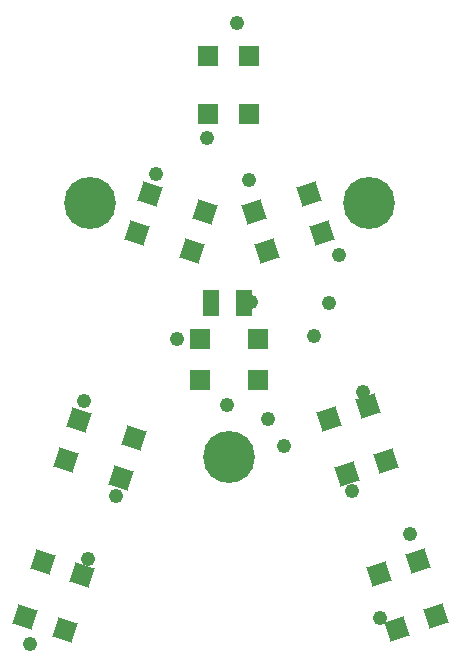
<source format=gts>
%FSLAX25Y25*%
%MOIN*%
G70*
G01*
G75*
G04 Layer_Color=128*
%ADD10R,0.05000X0.08000*%
%ADD11R,0.05906X0.05906*%
%ADD12P,0.08352X4X297.0*%
%ADD13P,0.08352X4X207.0*%
%ADD14R,0.05906X0.05906*%
%ADD15P,0.08352X4X63.0*%
%ADD16P,0.08352X4X153.0*%
%ADD17C,0.02500*%
%ADD18C,0.16500*%
%ADD19C,0.04000*%
%ADD20R,0.17716X0.12205*%
G04:AMPARAMS|DCode=21|XSize=80mil|YSize=50mil|CornerRadius=0mil|HoleSize=0mil|Usage=FLASHONLY|Rotation=108.000|XOffset=0mil|YOffset=0mil|HoleType=Round|Shape=Rectangle|*
%AMROTATEDRECTD21*
4,1,4,0.03614,-0.03032,-0.01142,-0.04577,-0.03614,0.03032,0.01142,0.04577,0.03614,-0.03032,0.0*
%
%ADD21ROTATEDRECTD21*%

G04:AMPARAMS|DCode=22|XSize=80mil|YSize=50mil|CornerRadius=0mil|HoleSize=0mil|Usage=FLASHONLY|Rotation=252.000|XOffset=0mil|YOffset=0mil|HoleType=Round|Shape=Rectangle|*
%AMROTATEDRECTD22*
4,1,4,-0.01142,0.04577,0.03614,0.03032,0.01142,-0.04577,-0.03614,-0.03032,-0.01142,0.04577,0.0*
%
%ADD22ROTATEDRECTD22*%

%ADD23C,0.01000*%
%ADD24C,0.01200*%
%ADD25R,0.04000X0.07000*%
%ADD26R,0.04906X0.04906*%
%ADD27P,0.06937X4X297.0*%
%ADD28P,0.06937X4X207.0*%
%ADD29R,0.04906X0.04906*%
%ADD30P,0.06937X4X63.0*%
%ADD31P,0.06937X4X153.0*%
%ADD32R,0.16716X0.11205*%
G04:AMPARAMS|DCode=33|XSize=70mil|YSize=40mil|CornerRadius=0mil|HoleSize=0mil|Usage=FLASHONLY|Rotation=108.000|XOffset=0mil|YOffset=0mil|HoleType=Round|Shape=Rectangle|*
%AMROTATEDRECTD33*
4,1,4,0.02984,-0.02711,-0.00821,-0.03947,-0.02984,0.02711,0.00821,0.03947,0.02984,-0.02711,0.0*
%
%ADD33ROTATEDRECTD33*%

G04:AMPARAMS|DCode=34|XSize=70mil|YSize=40mil|CornerRadius=0mil|HoleSize=0mil|Usage=FLASHONLY|Rotation=252.000|XOffset=0mil|YOffset=0mil|HoleType=Round|Shape=Rectangle|*
%AMROTATEDRECTD34*
4,1,4,-0.00821,0.03947,0.02984,0.02711,0.00821,-0.03947,-0.02984,-0.02711,-0.00821,0.03947,0.0*
%
%ADD34ROTATEDRECTD34*%

%ADD35R,0.05800X0.08800*%
%ADD36R,0.06706X0.06706*%
%ADD37P,0.09483X4X297.0*%
%ADD38P,0.09483X4X207.0*%
%ADD39R,0.06706X0.06706*%
%ADD40P,0.09483X4X63.0*%
%ADD41P,0.09483X4X153.0*%
%ADD42C,0.17300*%
%ADD43C,0.04800*%
D35*
X585300Y475600D02*
D03*
X574300D02*
D03*
D36*
X570654Y449810D02*
D03*
Y463590D02*
D03*
X589946Y449810D02*
D03*
Y463590D02*
D03*
D37*
X518328Y389303D02*
D03*
X531433Y385045D02*
D03*
X512367Y370955D02*
D03*
X525472Y366697D02*
D03*
D38*
X548603Y430572D02*
D03*
X544345Y417467D02*
D03*
X530256Y436533D02*
D03*
X525997Y423428D02*
D03*
X572303Y506072D02*
D03*
X568045Y492967D02*
D03*
X553956Y512033D02*
D03*
X549697Y498928D02*
D03*
D39*
X587090Y538554D02*
D03*
X573310D02*
D03*
X587090Y557846D02*
D03*
X573310D02*
D03*
D40*
X592856Y492867D02*
D03*
X588597Y505972D02*
D03*
X611203Y498828D02*
D03*
X606945Y511933D02*
D03*
D41*
X632633Y422856D02*
D03*
X619528Y418597D02*
D03*
X626672Y441203D02*
D03*
X613567Y436944D02*
D03*
X630267Y385244D02*
D03*
X643372Y389503D02*
D03*
X636228Y366897D02*
D03*
X649333Y371156D02*
D03*
D42*
X533800Y509000D02*
D03*
X626800Y508900D02*
D03*
X580300Y424300D02*
D03*
D43*
X587000Y516500D02*
D03*
X630500Y370500D02*
D03*
X640500Y398500D02*
D03*
X621390Y413131D02*
D03*
X625000Y446000D02*
D03*
X532000Y443000D02*
D03*
X542684Y411187D02*
D03*
X533319Y390314D02*
D03*
X514000Y362000D02*
D03*
X556000Y518500D02*
D03*
X573000Y530500D02*
D03*
X583000Y569000D02*
D03*
X593395Y437106D02*
D03*
X617000Y491500D02*
D03*
X587500Y476000D02*
D03*
X613500Y475500D02*
D03*
X579500Y441500D02*
D03*
X563000Y463500D02*
D03*
X598500Y428000D02*
D03*
X608500Y464500D02*
D03*
M02*

</source>
